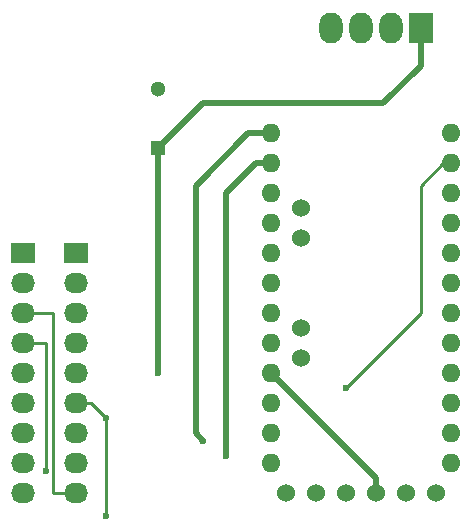
<source format=gbr>
G04 #@! TF.FileFunction,Copper,L1,Top,Signal*
%FSLAX46Y46*%
G04 Gerber Fmt 4.6, Leading zero omitted, Abs format (unit mm)*
G04 Created by KiCad (PCBNEW 4.0.2-4+6225~38~ubuntu15.10.1-stable) date Mon 06 Jun 2016 09:20:46 PM EDT*
%MOMM*%
G01*
G04 APERTURE LIST*
%ADD10C,0.100000*%
%ADD11R,1.300000X1.300000*%
%ADD12C,1.300000*%
%ADD13R,2.000000X2.600000*%
%ADD14O,2.000000X2.600000*%
%ADD15R,2.032000X1.727200*%
%ADD16O,2.032000X1.727200*%
%ADD17O,1.600000X1.600000*%
%ADD18C,1.524000*%
%ADD19C,0.600000*%
%ADD20C,0.508000*%
%ADD21C,0.250000*%
G04 APERTURE END LIST*
D10*
D11*
X131445000Y-106045000D03*
D12*
X131445000Y-101045000D03*
D13*
X153670000Y-95885000D03*
D14*
X151130000Y-95885000D03*
X148590000Y-95885000D03*
X146050000Y-95885000D03*
D15*
X124460000Y-114935000D03*
D16*
X124460000Y-117475000D03*
X124460000Y-120015000D03*
X124460000Y-122555000D03*
X124460000Y-125095000D03*
X124460000Y-127635000D03*
X124460000Y-130175000D03*
X124460000Y-132715000D03*
X124460000Y-135255000D03*
D15*
X120015000Y-114935000D03*
D16*
X120015000Y-117475000D03*
X120015000Y-120015000D03*
X120015000Y-122555000D03*
X120015000Y-125095000D03*
X120015000Y-127635000D03*
X120015000Y-130175000D03*
X120015000Y-132715000D03*
X120015000Y-135255000D03*
D17*
X156210000Y-132715000D03*
X156210000Y-130175000D03*
X156210000Y-127635000D03*
X156210000Y-125095000D03*
X156210000Y-122555000D03*
X156210000Y-120015000D03*
X156210000Y-117475000D03*
X156210000Y-114935000D03*
X156210000Y-112395000D03*
X156210000Y-109855000D03*
X156210000Y-107315000D03*
X156210000Y-104775000D03*
X140970000Y-104775000D03*
X140970000Y-107315000D03*
X140970000Y-109855000D03*
X140970000Y-112395000D03*
X140970000Y-114935000D03*
X140970000Y-117475000D03*
X140970000Y-120015000D03*
X140970000Y-122555000D03*
X140970000Y-125095000D03*
X140970000Y-127635000D03*
X140970000Y-130175000D03*
X140970000Y-132715000D03*
D18*
X154940000Y-135255000D03*
X152400000Y-135255000D03*
X149860000Y-135255000D03*
X147320000Y-135255000D03*
X144780000Y-135255000D03*
X142240000Y-135255000D03*
X143510000Y-111125000D03*
X143510000Y-113665000D03*
X143510000Y-121285000D03*
X143510000Y-123825000D03*
D19*
X131445000Y-125095000D03*
X147320000Y-126365000D03*
X127000000Y-128905000D03*
X127000000Y-137160000D03*
X121920000Y-133350000D03*
X135255000Y-130810000D03*
X137160000Y-132080000D03*
D20*
X131445000Y-106045000D02*
X135255000Y-102235000D01*
X153670000Y-99060000D02*
X153670000Y-95885000D01*
X150495000Y-102235000D02*
X153670000Y-99060000D01*
X135255000Y-102235000D02*
X150495000Y-102235000D01*
X131445000Y-125095000D02*
X131445000Y-106045000D01*
X140970000Y-125095000D02*
X149860000Y-133985000D01*
X149860000Y-133985000D02*
X149860000Y-135255000D01*
D21*
X153670000Y-109220000D02*
X155575000Y-107315000D01*
X153670000Y-120015000D02*
X153670000Y-109220000D01*
X147320000Y-126365000D02*
X153670000Y-120015000D01*
X155575000Y-107315000D02*
X156210000Y-107315000D01*
X127000000Y-137160000D02*
X127000000Y-128905000D01*
X127000000Y-128905000D02*
X125730000Y-127635000D01*
X125730000Y-127635000D02*
X124460000Y-127635000D01*
X120015000Y-122555000D02*
X121920000Y-122555000D01*
X121920000Y-122555000D02*
X121920000Y-133350000D01*
D20*
X139065000Y-104775000D02*
X140970000Y-104775000D01*
X134620000Y-109220000D02*
X139065000Y-104775000D01*
X134620000Y-130175000D02*
X134620000Y-109220000D01*
X135255000Y-130810000D02*
X134620000Y-130175000D01*
D21*
X120015000Y-120015000D02*
X122555000Y-120015000D01*
X122555000Y-135255000D02*
X124460000Y-135255000D01*
X122555000Y-120015000D02*
X122555000Y-135255000D01*
D20*
X139700000Y-107315000D02*
X140970000Y-107315000D01*
X137160000Y-109855000D02*
X139700000Y-107315000D01*
X137160000Y-132080000D02*
X137160000Y-109855000D01*
M02*

</source>
